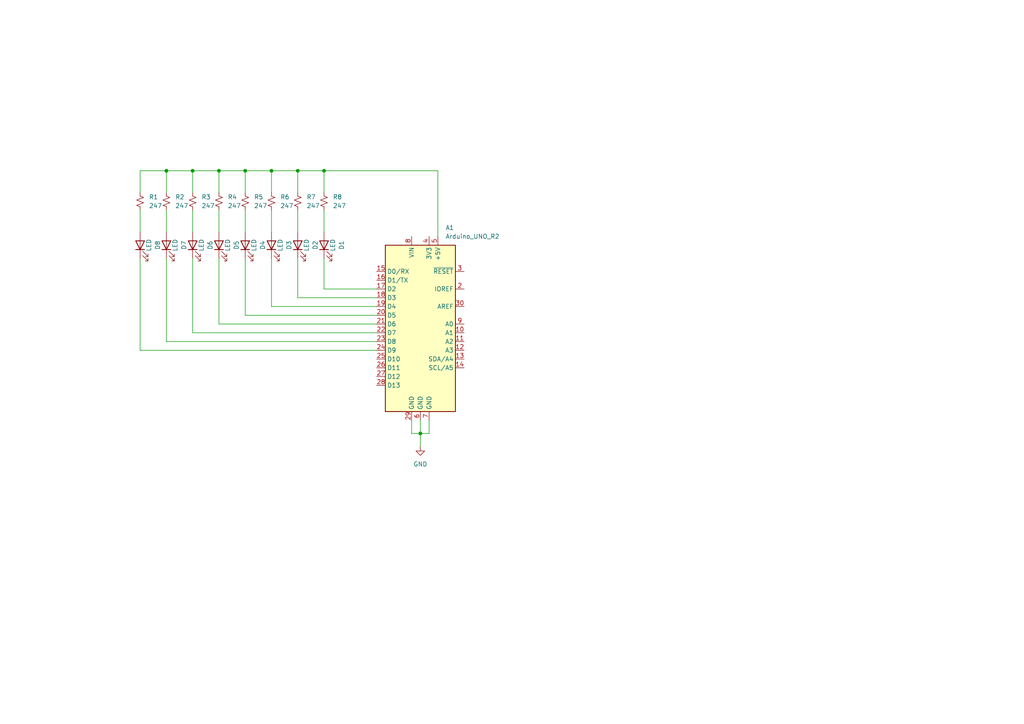
<source format=kicad_sch>
(kicad_sch (version 20230121) (generator eeschema)

  (uuid 1524a422-4a96-4971-9e6d-014a3bc30820)

  (paper "A4")

  (title_block
    (title "ARDUINO UNO SHIELD")
    (date "2024-01-14")
    (rev "1")
  )

  (lib_symbols
    (symbol "Device:LED" (pin_numbers hide) (pin_names (offset 1.016) hide) (in_bom yes) (on_board yes)
      (property "Reference" "D" (at 0 2.54 0)
        (effects (font (size 1.27 1.27)))
      )
      (property "Value" "LED" (at 0 -2.54 0)
        (effects (font (size 1.27 1.27)))
      )
      (property "Footprint" "" (at 0 0 0)
        (effects (font (size 1.27 1.27)) hide)
      )
      (property "Datasheet" "~" (at 0 0 0)
        (effects (font (size 1.27 1.27)) hide)
      )
      (property "ki_keywords" "LED diode" (at 0 0 0)
        (effects (font (size 1.27 1.27)) hide)
      )
      (property "ki_description" "Light emitting diode" (at 0 0 0)
        (effects (font (size 1.27 1.27)) hide)
      )
      (property "ki_fp_filters" "LED* LED_SMD:* LED_THT:*" (at 0 0 0)
        (effects (font (size 1.27 1.27)) hide)
      )
      (symbol "LED_0_1"
        (polyline
          (pts
            (xy -1.27 -1.27)
            (xy -1.27 1.27)
          )
          (stroke (width 0.254) (type default))
          (fill (type none))
        )
        (polyline
          (pts
            (xy -1.27 0)
            (xy 1.27 0)
          )
          (stroke (width 0) (type default))
          (fill (type none))
        )
        (polyline
          (pts
            (xy 1.27 -1.27)
            (xy 1.27 1.27)
            (xy -1.27 0)
            (xy 1.27 -1.27)
          )
          (stroke (width 0.254) (type default))
          (fill (type none))
        )
        (polyline
          (pts
            (xy -3.048 -0.762)
            (xy -4.572 -2.286)
            (xy -3.81 -2.286)
            (xy -4.572 -2.286)
            (xy -4.572 -1.524)
          )
          (stroke (width 0) (type default))
          (fill (type none))
        )
        (polyline
          (pts
            (xy -1.778 -0.762)
            (xy -3.302 -2.286)
            (xy -2.54 -2.286)
            (xy -3.302 -2.286)
            (xy -3.302 -1.524)
          )
          (stroke (width 0) (type default))
          (fill (type none))
        )
      )
      (symbol "LED_1_1"
        (pin passive line (at -3.81 0 0) (length 2.54)
          (name "K" (effects (font (size 1.27 1.27))))
          (number "1" (effects (font (size 1.27 1.27))))
        )
        (pin passive line (at 3.81 0 180) (length 2.54)
          (name "A" (effects (font (size 1.27 1.27))))
          (number "2" (effects (font (size 1.27 1.27))))
        )
      )
    )
    (symbol "Device:R_Small_US" (pin_numbers hide) (pin_names (offset 0.254) hide) (in_bom yes) (on_board yes)
      (property "Reference" "R" (at 0.762 0.508 0)
        (effects (font (size 1.27 1.27)) (justify left))
      )
      (property "Value" "R_Small_US" (at 0.762 -1.016 0)
        (effects (font (size 1.27 1.27)) (justify left))
      )
      (property "Footprint" "" (at 0 0 0)
        (effects (font (size 1.27 1.27)) hide)
      )
      (property "Datasheet" "~" (at 0 0 0)
        (effects (font (size 1.27 1.27)) hide)
      )
      (property "ki_keywords" "r resistor" (at 0 0 0)
        (effects (font (size 1.27 1.27)) hide)
      )
      (property "ki_description" "Resistor, small US symbol" (at 0 0 0)
        (effects (font (size 1.27 1.27)) hide)
      )
      (property "ki_fp_filters" "R_*" (at 0 0 0)
        (effects (font (size 1.27 1.27)) hide)
      )
      (symbol "R_Small_US_1_1"
        (polyline
          (pts
            (xy 0 0)
            (xy 1.016 -0.381)
            (xy 0 -0.762)
            (xy -1.016 -1.143)
            (xy 0 -1.524)
          )
          (stroke (width 0) (type default))
          (fill (type none))
        )
        (polyline
          (pts
            (xy 0 1.524)
            (xy 1.016 1.143)
            (xy 0 0.762)
            (xy -1.016 0.381)
            (xy 0 0)
          )
          (stroke (width 0) (type default))
          (fill (type none))
        )
        (pin passive line (at 0 2.54 270) (length 1.016)
          (name "~" (effects (font (size 1.27 1.27))))
          (number "1" (effects (font (size 1.27 1.27))))
        )
        (pin passive line (at 0 -2.54 90) (length 1.016)
          (name "~" (effects (font (size 1.27 1.27))))
          (number "2" (effects (font (size 1.27 1.27))))
        )
      )
    )
    (symbol "MCU_Module:Arduino_UNO_R2" (in_bom yes) (on_board yes)
      (property "Reference" "A" (at -10.16 23.495 0)
        (effects (font (size 1.27 1.27)) (justify left bottom))
      )
      (property "Value" "Arduino_UNO_R2" (at 5.08 -26.67 0)
        (effects (font (size 1.27 1.27)) (justify left top))
      )
      (property "Footprint" "Module:Arduino_UNO_R2" (at 0 0 0)
        (effects (font (size 1.27 1.27) italic) hide)
      )
      (property "Datasheet" "https://www.arduino.cc/en/Main/arduinoBoardUno" (at 0 0 0)
        (effects (font (size 1.27 1.27)) hide)
      )
      (property "ki_keywords" "Arduino UNO R3 Microcontroller Module Atmel AVR USB" (at 0 0 0)
        (effects (font (size 1.27 1.27)) hide)
      )
      (property "ki_description" "Arduino UNO Microcontroller Module, release 2" (at 0 0 0)
        (effects (font (size 1.27 1.27)) hide)
      )
      (property "ki_fp_filters" "Arduino*UNO*R2*" (at 0 0 0)
        (effects (font (size 1.27 1.27)) hide)
      )
      (symbol "Arduino_UNO_R2_0_1"
        (rectangle (start -10.16 22.86) (end 10.16 -25.4)
          (stroke (width 0.254) (type default))
          (fill (type background))
        )
      )
      (symbol "Arduino_UNO_R2_1_1"
        (pin no_connect line (at -10.16 -20.32 0) (length 2.54) hide
          (name "NC" (effects (font (size 1.27 1.27))))
          (number "1" (effects (font (size 1.27 1.27))))
        )
        (pin bidirectional line (at 12.7 -2.54 180) (length 2.54)
          (name "A1" (effects (font (size 1.27 1.27))))
          (number "10" (effects (font (size 1.27 1.27))))
        )
        (pin bidirectional line (at 12.7 -5.08 180) (length 2.54)
          (name "A2" (effects (font (size 1.27 1.27))))
          (number "11" (effects (font (size 1.27 1.27))))
        )
        (pin bidirectional line (at 12.7 -7.62 180) (length 2.54)
          (name "A3" (effects (font (size 1.27 1.27))))
          (number "12" (effects (font (size 1.27 1.27))))
        )
        (pin bidirectional line (at 12.7 -10.16 180) (length 2.54)
          (name "SDA/A4" (effects (font (size 1.27 1.27))))
          (number "13" (effects (font (size 1.27 1.27))))
        )
        (pin bidirectional line (at 12.7 -12.7 180) (length 2.54)
          (name "SCL/A5" (effects (font (size 1.27 1.27))))
          (number "14" (effects (font (size 1.27 1.27))))
        )
        (pin bidirectional line (at -12.7 15.24 0) (length 2.54)
          (name "D0/RX" (effects (font (size 1.27 1.27))))
          (number "15" (effects (font (size 1.27 1.27))))
        )
        (pin bidirectional line (at -12.7 12.7 0) (length 2.54)
          (name "D1/TX" (effects (font (size 1.27 1.27))))
          (number "16" (effects (font (size 1.27 1.27))))
        )
        (pin bidirectional line (at -12.7 10.16 0) (length 2.54)
          (name "D2" (effects (font (size 1.27 1.27))))
          (number "17" (effects (font (size 1.27 1.27))))
        )
        (pin bidirectional line (at -12.7 7.62 0) (length 2.54)
          (name "D3" (effects (font (size 1.27 1.27))))
          (number "18" (effects (font (size 1.27 1.27))))
        )
        (pin bidirectional line (at -12.7 5.08 0) (length 2.54)
          (name "D4" (effects (font (size 1.27 1.27))))
          (number "19" (effects (font (size 1.27 1.27))))
        )
        (pin output line (at 12.7 10.16 180) (length 2.54)
          (name "IOREF" (effects (font (size 1.27 1.27))))
          (number "2" (effects (font (size 1.27 1.27))))
        )
        (pin bidirectional line (at -12.7 2.54 0) (length 2.54)
          (name "D5" (effects (font (size 1.27 1.27))))
          (number "20" (effects (font (size 1.27 1.27))))
        )
        (pin bidirectional line (at -12.7 0 0) (length 2.54)
          (name "D6" (effects (font (size 1.27 1.27))))
          (number "21" (effects (font (size 1.27 1.27))))
        )
        (pin bidirectional line (at -12.7 -2.54 0) (length 2.54)
          (name "D7" (effects (font (size 1.27 1.27))))
          (number "22" (effects (font (size 1.27 1.27))))
        )
        (pin bidirectional line (at -12.7 -5.08 0) (length 2.54)
          (name "D8" (effects (font (size 1.27 1.27))))
          (number "23" (effects (font (size 1.27 1.27))))
        )
        (pin bidirectional line (at -12.7 -7.62 0) (length 2.54)
          (name "D9" (effects (font (size 1.27 1.27))))
          (number "24" (effects (font (size 1.27 1.27))))
        )
        (pin bidirectional line (at -12.7 -10.16 0) (length 2.54)
          (name "D10" (effects (font (size 1.27 1.27))))
          (number "25" (effects (font (size 1.27 1.27))))
        )
        (pin bidirectional line (at -12.7 -12.7 0) (length 2.54)
          (name "D11" (effects (font (size 1.27 1.27))))
          (number "26" (effects (font (size 1.27 1.27))))
        )
        (pin bidirectional line (at -12.7 -15.24 0) (length 2.54)
          (name "D12" (effects (font (size 1.27 1.27))))
          (number "27" (effects (font (size 1.27 1.27))))
        )
        (pin bidirectional line (at -12.7 -17.78 0) (length 2.54)
          (name "D13" (effects (font (size 1.27 1.27))))
          (number "28" (effects (font (size 1.27 1.27))))
        )
        (pin power_in line (at -2.54 -27.94 90) (length 2.54)
          (name "GND" (effects (font (size 1.27 1.27))))
          (number "29" (effects (font (size 1.27 1.27))))
        )
        (pin input line (at 12.7 15.24 180) (length 2.54)
          (name "~{RESET}" (effects (font (size 1.27 1.27))))
          (number "3" (effects (font (size 1.27 1.27))))
        )
        (pin input line (at 12.7 5.08 180) (length 2.54)
          (name "AREF" (effects (font (size 1.27 1.27))))
          (number "30" (effects (font (size 1.27 1.27))))
        )
        (pin power_out line (at 2.54 25.4 270) (length 2.54)
          (name "3V3" (effects (font (size 1.27 1.27))))
          (number "4" (effects (font (size 1.27 1.27))))
        )
        (pin power_out line (at 5.08 25.4 270) (length 2.54)
          (name "+5V" (effects (font (size 1.27 1.27))))
          (number "5" (effects (font (size 1.27 1.27))))
        )
        (pin power_in line (at 0 -27.94 90) (length 2.54)
          (name "GND" (effects (font (size 1.27 1.27))))
          (number "6" (effects (font (size 1.27 1.27))))
        )
        (pin power_in line (at 2.54 -27.94 90) (length 2.54)
          (name "GND" (effects (font (size 1.27 1.27))))
          (number "7" (effects (font (size 1.27 1.27))))
        )
        (pin power_in line (at -2.54 25.4 270) (length 2.54)
          (name "VIN" (effects (font (size 1.27 1.27))))
          (number "8" (effects (font (size 1.27 1.27))))
        )
        (pin bidirectional line (at 12.7 0 180) (length 2.54)
          (name "A0" (effects (font (size 1.27 1.27))))
          (number "9" (effects (font (size 1.27 1.27))))
        )
      )
    )
    (symbol "power:GND" (power) (pin_names (offset 0)) (in_bom yes) (on_board yes)
      (property "Reference" "#PWR" (at 0 -6.35 0)
        (effects (font (size 1.27 1.27)) hide)
      )
      (property "Value" "GND" (at 0 -3.81 0)
        (effects (font (size 1.27 1.27)))
      )
      (property "Footprint" "" (at 0 0 0)
        (effects (font (size 1.27 1.27)) hide)
      )
      (property "Datasheet" "" (at 0 0 0)
        (effects (font (size 1.27 1.27)) hide)
      )
      (property "ki_keywords" "global power" (at 0 0 0)
        (effects (font (size 1.27 1.27)) hide)
      )
      (property "ki_description" "Power symbol creates a global label with name \"GND\" , ground" (at 0 0 0)
        (effects (font (size 1.27 1.27)) hide)
      )
      (symbol "GND_0_1"
        (polyline
          (pts
            (xy 0 0)
            (xy 0 -1.27)
            (xy 1.27 -1.27)
            (xy 0 -2.54)
            (xy -1.27 -1.27)
            (xy 0 -1.27)
          )
          (stroke (width 0) (type default))
          (fill (type none))
        )
      )
      (symbol "GND_1_1"
        (pin power_in line (at 0 0 270) (length 0) hide
          (name "GND" (effects (font (size 1.27 1.27))))
          (number "1" (effects (font (size 1.27 1.27))))
        )
      )
    )
  )

  (junction (at 86.36 49.53) (diameter 0) (color 0 0 0 0)
    (uuid 04c69c57-6438-4cf7-ad04-4d4a8dc7c375)
  )
  (junction (at 93.98 49.53) (diameter 0) (color 0 0 0 0)
    (uuid 3bda33bb-58c4-490a-a7f8-6ff34ee85470)
  )
  (junction (at 78.74 49.53) (diameter 0) (color 0 0 0 0)
    (uuid 70e7d339-cc2e-419b-9189-f40e76b48b85)
  )
  (junction (at 121.92 125.73) (diameter 0) (color 0 0 0 0)
    (uuid 7ecffbcd-7735-4a65-bf55-9f4d838ef5f8)
  )
  (junction (at 71.12 49.53) (diameter 0) (color 0 0 0 0)
    (uuid b6d07c54-2d76-4d66-8eb0-9b6378ea1465)
  )
  (junction (at 48.26 49.53) (diameter 0) (color 0 0 0 0)
    (uuid c25b3b26-dd1a-4492-a08c-d72d4a1e3de1)
  )
  (junction (at 63.5 49.53) (diameter 0) (color 0 0 0 0)
    (uuid c703fa34-f86a-4241-8a93-5c06a81cf37a)
  )
  (junction (at 55.88 49.53) (diameter 0) (color 0 0 0 0)
    (uuid ea0d7b07-38b7-406a-bdb4-b50533f18bc0)
  )

  (wire (pts (xy 124.46 125.73) (xy 121.92 125.73))
    (stroke (width 0) (type default))
    (uuid 0151c89e-ba9b-478c-8d0a-5a7cdf77a1f3)
  )
  (wire (pts (xy 63.5 49.53) (xy 71.12 49.53))
    (stroke (width 0) (type default))
    (uuid 08219148-6106-48ec-b4ee-edf1536fb675)
  )
  (wire (pts (xy 86.36 49.53) (xy 93.98 49.53))
    (stroke (width 0) (type default))
    (uuid 093c6a99-2f40-4efe-8296-7ada10f66530)
  )
  (wire (pts (xy 71.12 91.44) (xy 109.22 91.44))
    (stroke (width 0) (type default))
    (uuid 0ec10d80-6653-46a2-8213-62cf34ffe9f8)
  )
  (wire (pts (xy 48.26 99.06) (xy 109.22 99.06))
    (stroke (width 0) (type default))
    (uuid 103c287f-9f50-43e5-8b36-421ee70e1184)
  )
  (wire (pts (xy 48.26 49.53) (xy 48.26 55.88))
    (stroke (width 0) (type default))
    (uuid 12dcd8df-d0f2-4cee-81b8-8742cce1dd5f)
  )
  (wire (pts (xy 40.64 74.93) (xy 40.64 101.6))
    (stroke (width 0) (type default))
    (uuid 1c278673-86b5-4366-8f82-d0fdf04c271e)
  )
  (wire (pts (xy 127 49.53) (xy 127 68.58))
    (stroke (width 0) (type default))
    (uuid 227215ee-2bcc-4ebb-8e0f-0c3aa09f4cd8)
  )
  (wire (pts (xy 86.36 86.36) (xy 109.22 86.36))
    (stroke (width 0) (type default))
    (uuid 2d221bf7-09cc-40da-bdf7-3cf89a273fa3)
  )
  (wire (pts (xy 93.98 49.53) (xy 93.98 55.88))
    (stroke (width 0) (type default))
    (uuid 3a74fcb3-01a7-42a8-b4cb-9d767e29d15d)
  )
  (wire (pts (xy 119.38 121.92) (xy 119.38 125.73))
    (stroke (width 0) (type default))
    (uuid 3d5497f5-87fc-428d-93ed-f9c59f65f989)
  )
  (wire (pts (xy 119.38 125.73) (xy 121.92 125.73))
    (stroke (width 0) (type default))
    (uuid 46d03496-86bc-4592-9166-fb91bfd6404a)
  )
  (wire (pts (xy 55.88 74.93) (xy 55.88 96.52))
    (stroke (width 0) (type default))
    (uuid 49ce7be1-7cdd-4656-a463-806d80b8a9f3)
  )
  (wire (pts (xy 86.36 49.53) (xy 86.36 55.88))
    (stroke (width 0) (type default))
    (uuid 503cd667-f3e8-4a6a-bb59-352d81e87077)
  )
  (wire (pts (xy 93.98 49.53) (xy 127 49.53))
    (stroke (width 0) (type default))
    (uuid 647c05c0-bfb4-48fb-b6ab-5d2691367bec)
  )
  (wire (pts (xy 63.5 93.98) (xy 109.22 93.98))
    (stroke (width 0) (type default))
    (uuid 65e934dd-4de1-45e3-8276-0a3fe452bba7)
  )
  (wire (pts (xy 63.5 60.96) (xy 63.5 67.31))
    (stroke (width 0) (type default))
    (uuid 68224c82-26b7-4ac6-b050-fd7acda137b4)
  )
  (wire (pts (xy 40.64 60.96) (xy 40.64 67.31))
    (stroke (width 0) (type default))
    (uuid 6b0952b5-71ac-4459-befd-31ee6ef45224)
  )
  (wire (pts (xy 93.98 74.93) (xy 93.98 83.82))
    (stroke (width 0) (type default))
    (uuid 712ea949-939b-4c33-bca3-2f4c2fd8f6cf)
  )
  (wire (pts (xy 121.92 121.92) (xy 121.92 125.73))
    (stroke (width 0) (type default))
    (uuid 803815a4-59b3-47fb-9805-9751b179bd77)
  )
  (wire (pts (xy 78.74 60.96) (xy 78.74 67.31))
    (stroke (width 0) (type default))
    (uuid 852b0cc6-903e-43a9-b15c-9216464a9259)
  )
  (wire (pts (xy 86.36 74.93) (xy 86.36 86.36))
    (stroke (width 0) (type default))
    (uuid 884abe5f-4e70-494d-b71f-76c1ca480f56)
  )
  (wire (pts (xy 55.88 60.96) (xy 55.88 67.31))
    (stroke (width 0) (type default))
    (uuid 8ca4779e-ac26-42fc-b3bd-059120fb6166)
  )
  (wire (pts (xy 78.74 49.53) (xy 86.36 49.53))
    (stroke (width 0) (type default))
    (uuid 97595fa7-a51e-4cf7-9ea9-fc972c156f1e)
  )
  (wire (pts (xy 55.88 49.53) (xy 63.5 49.53))
    (stroke (width 0) (type default))
    (uuid 9828f524-c1c3-441f-9787-76dab6358020)
  )
  (wire (pts (xy 93.98 60.96) (xy 93.98 67.31))
    (stroke (width 0) (type default))
    (uuid a0cbed8d-69e0-444c-af6f-b2b10c3d2ab2)
  )
  (wire (pts (xy 93.98 83.82) (xy 109.22 83.82))
    (stroke (width 0) (type default))
    (uuid accb6ff9-619f-423f-a845-5ecd28aa6754)
  )
  (wire (pts (xy 124.46 121.92) (xy 124.46 125.73))
    (stroke (width 0) (type default))
    (uuid afa67ac9-ba42-4fa0-804d-5dca917df898)
  )
  (wire (pts (xy 78.74 74.93) (xy 78.74 88.9))
    (stroke (width 0) (type default))
    (uuid b05d4bd1-f352-4d74-b1f3-54f75003684a)
  )
  (wire (pts (xy 63.5 49.53) (xy 63.5 55.88))
    (stroke (width 0) (type default))
    (uuid b34bf280-8129-493e-83ff-5af72e1a9e16)
  )
  (wire (pts (xy 55.88 49.53) (xy 55.88 55.88))
    (stroke (width 0) (type default))
    (uuid b56f80f0-9f55-4453-9f27-f3bca5d18d17)
  )
  (wire (pts (xy 63.5 74.93) (xy 63.5 93.98))
    (stroke (width 0) (type default))
    (uuid be6b856f-782a-453b-9730-d1793ef3c62a)
  )
  (wire (pts (xy 71.12 49.53) (xy 71.12 55.88))
    (stroke (width 0) (type default))
    (uuid bf900e90-7566-4219-9ef2-1b8c4b003ed6)
  )
  (wire (pts (xy 40.64 55.88) (xy 40.64 49.53))
    (stroke (width 0) (type default))
    (uuid ca734c41-ea06-475b-8849-35610a8fea60)
  )
  (wire (pts (xy 40.64 49.53) (xy 48.26 49.53))
    (stroke (width 0) (type default))
    (uuid cac06e3e-ddc8-4a25-af45-0331ebef34c9)
  )
  (wire (pts (xy 55.88 96.52) (xy 109.22 96.52))
    (stroke (width 0) (type default))
    (uuid cdb085cd-e51e-4e5f-b883-728371a0afcc)
  )
  (wire (pts (xy 71.12 60.96) (xy 71.12 67.31))
    (stroke (width 0) (type default))
    (uuid ce605a4b-9649-47e6-abe3-333da141e06d)
  )
  (wire (pts (xy 86.36 60.96) (xy 86.36 67.31))
    (stroke (width 0) (type default))
    (uuid d4af25c7-76b1-49f6-bfdf-a968bdb1411d)
  )
  (wire (pts (xy 40.64 101.6) (xy 109.22 101.6))
    (stroke (width 0) (type default))
    (uuid d606cbeb-6b16-47e2-8ae5-be0bade5ddb5)
  )
  (wire (pts (xy 78.74 49.53) (xy 78.74 55.88))
    (stroke (width 0) (type default))
    (uuid dc9a5a74-e63c-4a59-afe0-4187918e14ee)
  )
  (wire (pts (xy 48.26 49.53) (xy 55.88 49.53))
    (stroke (width 0) (type default))
    (uuid e59d34ae-85cc-460f-814b-38d29d58b2e7)
  )
  (wire (pts (xy 78.74 88.9) (xy 109.22 88.9))
    (stroke (width 0) (type default))
    (uuid e79c1972-7625-46b9-8f17-ab39a705e9b9)
  )
  (wire (pts (xy 121.92 125.73) (xy 121.92 129.54))
    (stroke (width 0) (type default))
    (uuid eeec163f-3e37-4bd4-b548-0e832e5f7b33)
  )
  (wire (pts (xy 71.12 49.53) (xy 78.74 49.53))
    (stroke (width 0) (type default))
    (uuid f1bcb832-23be-4d2c-990d-7cd6ff7d55b1)
  )
  (wire (pts (xy 48.26 74.93) (xy 48.26 99.06))
    (stroke (width 0) (type default))
    (uuid f3e02ec2-61a2-4956-b540-40b610c57752)
  )
  (wire (pts (xy 71.12 74.93) (xy 71.12 91.44))
    (stroke (width 0) (type default))
    (uuid f74ce68c-5fd5-4dc1-92ba-a36f856b67e1)
  )
  (wire (pts (xy 48.26 60.96) (xy 48.26 67.31))
    (stroke (width 0) (type default))
    (uuid fb856e35-670b-4de0-8f54-852b8ea30be8)
  )

  (symbol (lib_id "Device:R_Small_US") (at 40.64 58.42 0) (unit 1)
    (in_bom yes) (on_board yes) (dnp no) (fields_autoplaced)
    (uuid 01a1587a-43dd-44b7-9306-3a17a674834c)
    (property "Reference" "R1" (at 43.18 57.15 0)
      (effects (font (size 1.27 1.27)) (justify left))
    )
    (property "Value" "247" (at 43.18 59.69 0)
      (effects (font (size 1.27 1.27)) (justify left))
    )
    (property "Footprint" "Resistor_SMD:R_0603_1608Metric" (at 40.64 58.42 0)
      (effects (font (size 1.27 1.27)) hide)
    )
    (property "Datasheet" "~" (at 40.64 58.42 0)
      (effects (font (size 1.27 1.27)) hide)
    )
    (pin "2" (uuid cb11c128-2004-4736-891e-76965045ffe9))
    (pin "1" (uuid a7381f86-cedc-45e0-a318-6a3a75a04e80))
    (instances
      (project "Arduino uno shield"
        (path "/1524a422-4a96-4971-9e6d-014a3bc30820"
          (reference "R1") (unit 1)
        )
      )
    )
  )

  (symbol (lib_id "Device:LED") (at 93.98 71.12 90) (unit 1)
    (in_bom yes) (on_board yes) (dnp no)
    (uuid 02ec6136-4aa8-475f-9171-f98798401b39)
    (property "Reference" "D1" (at 99.06 71.12 0)
      (effects (font (size 1.27 1.27)))
    )
    (property "Value" "LED" (at 96.52 71.12 0)
      (effects (font (size 1.27 1.27)))
    )
    (property "Footprint" "LED_SMD:LED_0805_2012Metric" (at 93.98 71.12 0)
      (effects (font (size 1.27 1.27)) hide)
    )
    (property "Datasheet" "~" (at 93.98 71.12 0)
      (effects (font (size 1.27 1.27)) hide)
    )
    (pin "2" (uuid 0488ec1d-97ff-488e-80ed-588ab4622598))
    (pin "1" (uuid 9e0b6c0e-592f-4c2d-9e0f-f9e19e8fbeab))
    (instances
      (project "Arduino uno shield"
        (path "/1524a422-4a96-4971-9e6d-014a3bc30820"
          (reference "D1") (unit 1)
        )
      )
    )
  )

  (symbol (lib_id "power:GND") (at 121.92 129.54 0) (unit 1)
    (in_bom yes) (on_board yes) (dnp no) (fields_autoplaced)
    (uuid 287980a5-c1b8-4042-b0cc-fee94d020045)
    (property "Reference" "#PWR01" (at 121.92 135.89 0)
      (effects (font (size 1.27 1.27)) hide)
    )
    (property "Value" "GND" (at 121.92 134.62 0)
      (effects (font (size 1.27 1.27)))
    )
    (property "Footprint" "" (at 121.92 129.54 0)
      (effects (font (size 1.27 1.27)) hide)
    )
    (property "Datasheet" "" (at 121.92 129.54 0)
      (effects (font (size 1.27 1.27)) hide)
    )
    (pin "1" (uuid 96e45bcf-0cae-4a90-9913-e7e0fddf42a5))
    (instances
      (project "Arduino uno shield"
        (path "/1524a422-4a96-4971-9e6d-014a3bc30820"
          (reference "#PWR01") (unit 1)
        )
      )
    )
  )

  (symbol (lib_id "Device:LED") (at 63.5 71.12 90) (unit 1)
    (in_bom yes) (on_board yes) (dnp no)
    (uuid 429565f5-0e52-40be-aad9-e8b1ce1b81f9)
    (property "Reference" "D5" (at 68.58 71.12 0)
      (effects (font (size 1.27 1.27)))
    )
    (property "Value" "LED" (at 66.04 71.12 0)
      (effects (font (size 1.27 1.27)))
    )
    (property "Footprint" "LED_SMD:LED_0805_2012Metric" (at 63.5 71.12 0)
      (effects (font (size 1.27 1.27)) hide)
    )
    (property "Datasheet" "~" (at 63.5 71.12 0)
      (effects (font (size 1.27 1.27)) hide)
    )
    (pin "2" (uuid 9a4fd5b1-43c0-49a5-abb2-051cfc46937e))
    (pin "1" (uuid afc66624-21aa-451c-a6f9-856dc7ffb06a))
    (instances
      (project "Arduino uno shield"
        (path "/1524a422-4a96-4971-9e6d-014a3bc30820"
          (reference "D5") (unit 1)
        )
      )
    )
  )

  (symbol (lib_id "Device:R_Small_US") (at 71.12 58.42 0) (unit 1)
    (in_bom yes) (on_board yes) (dnp no) (fields_autoplaced)
    (uuid 45e87384-36b9-4671-b6dc-7bd44d5eeed2)
    (property "Reference" "R5" (at 73.66 57.15 0)
      (effects (font (size 1.27 1.27)) (justify left))
    )
    (property "Value" "247" (at 73.66 59.69 0)
      (effects (font (size 1.27 1.27)) (justify left))
    )
    (property "Footprint" "Resistor_SMD:R_0603_1608Metric" (at 71.12 58.42 0)
      (effects (font (size 1.27 1.27)) hide)
    )
    (property "Datasheet" "~" (at 71.12 58.42 0)
      (effects (font (size 1.27 1.27)) hide)
    )
    (pin "2" (uuid c05b0faa-30fe-42f1-b89b-b9ffc80885fc))
    (pin "1" (uuid 0e0b3303-a711-427e-b101-8da29651f996))
    (instances
      (project "Arduino uno shield"
        (path "/1524a422-4a96-4971-9e6d-014a3bc30820"
          (reference "R5") (unit 1)
        )
      )
    )
  )

  (symbol (lib_id "MCU_Module:Arduino_UNO_R2") (at 121.92 93.98 0) (unit 1)
    (in_bom yes) (on_board yes) (dnp no) (fields_autoplaced)
    (uuid 59069416-e4ed-4073-9d05-fc26198d2eb6)
    (property "Reference" "A1" (at 129.1941 66.04 0)
      (effects (font (size 1.27 1.27)) (justify left))
    )
    (property "Value" "Arduino_UNO_R2" (at 129.1941 68.58 0)
      (effects (font (size 1.27 1.27)) (justify left))
    )
    (property "Footprint" "Module:Arduino_UNO_R2" (at 121.92 93.98 0)
      (effects (font (size 1.27 1.27) italic) hide)
    )
    (property "Datasheet" "https://www.arduino.cc/en/Main/arduinoBoardUno" (at 121.92 93.98 0)
      (effects (font (size 1.27 1.27)) hide)
    )
    (pin "13" (uuid 651b832d-faf8-4228-a1ea-938716409021))
    (pin "10" (uuid bc04c37e-fda8-488d-80fe-24425b9881e8))
    (pin "22" (uuid 1e0a7f11-829a-4551-a7ef-1c2060b77d71))
    (pin "15" (uuid 328ba2b5-da4a-4b5a-baae-dd3933186b31))
    (pin "7" (uuid f0516fce-a51e-45c1-b972-37c14f815e4d))
    (pin "1" (uuid 643486d9-4bd6-4c9a-a9c5-97a08c09df38))
    (pin "29" (uuid a337384c-132d-48eb-8d63-2a94a57b7729))
    (pin "8" (uuid 5f2e76f2-fb23-4207-b33d-edac50072433))
    (pin "18" (uuid b71afbdf-746d-4e8b-85e3-074282b394f6))
    (pin "26" (uuid 3051d1b3-3549-4956-b50c-bb83f9a8d220))
    (pin "21" (uuid 24631609-eedf-4e11-8308-69f33cf7f42c))
    (pin "24" (uuid 96348e59-19d1-496d-8b29-780c03b35078))
    (pin "23" (uuid b0241383-b100-492c-895c-32b6d7397302))
    (pin "3" (uuid baf365c6-d5f2-4252-8033-a92653cbacf6))
    (pin "5" (uuid 25155dfa-b15c-4204-bece-0eca9f5cda6b))
    (pin "9" (uuid 1b26f951-33af-4008-b9ea-5b3ca1e78a52))
    (pin "28" (uuid a46233da-e348-4e84-aca5-7581c07bf707))
    (pin "4" (uuid 8b570750-d649-4c5f-83cb-8da8ec425e95))
    (pin "19" (uuid 7085c43d-09b5-448a-b867-3065707d5a46))
    (pin "2" (uuid 66177eff-297f-4f51-9a97-5a8c896451d0))
    (pin "20" (uuid a889610c-1a45-445a-b5cb-048f7734042d))
    (pin "27" (uuid 38a6bf36-1523-43f0-bfcd-024af4c45539))
    (pin "30" (uuid 73546753-f153-40c9-b8ce-fbf7b87d308d))
    (pin "25" (uuid cf2f42a7-4ae8-4ccb-b836-d6cf66f898f0))
    (pin "16" (uuid 9bdb63c2-930a-4cd9-803e-0cdfa44a4239))
    (pin "6" (uuid 9b27755a-d780-4d60-ae97-7d995316aed2))
    (pin "12" (uuid 9b00f8fc-48d8-422b-9f20-5c2e6ea17ed5))
    (pin "14" (uuid 7f0bc0ac-719d-4018-b80f-3dce2303ac9a))
    (pin "11" (uuid 99e2600a-b7c2-4834-92e2-ece442f7dc9b))
    (pin "17" (uuid 73e88f2c-47a9-4622-ac97-cb96826e3224))
    (instances
      (project "Arduino uno shield"
        (path "/1524a422-4a96-4971-9e6d-014a3bc30820"
          (reference "A1") (unit 1)
        )
      )
    )
  )

  (symbol (lib_id "Device:LED") (at 55.88 71.12 90) (unit 1)
    (in_bom yes) (on_board yes) (dnp no)
    (uuid 68dfdccd-63bd-4235-b72d-7a162b169fa7)
    (property "Reference" "D6" (at 60.96 71.12 0)
      (effects (font (size 1.27 1.27)))
    )
    (property "Value" "LED" (at 58.42 71.12 0)
      (effects (font (size 1.27 1.27)))
    )
    (property "Footprint" "LED_SMD:LED_0805_2012Metric" (at 55.88 71.12 0)
      (effects (font (size 1.27 1.27)) hide)
    )
    (property "Datasheet" "~" (at 55.88 71.12 0)
      (effects (font (size 1.27 1.27)) hide)
    )
    (pin "2" (uuid dafb1fbd-226f-42d7-90b4-855087953658))
    (pin "1" (uuid 46ba9e2d-f82e-49db-9114-f3cb97607c99))
    (instances
      (project "Arduino uno shield"
        (path "/1524a422-4a96-4971-9e6d-014a3bc30820"
          (reference "D6") (unit 1)
        )
      )
    )
  )

  (symbol (lib_id "Device:LED") (at 48.26 71.12 90) (unit 1)
    (in_bom yes) (on_board yes) (dnp no)
    (uuid 6920ffd1-1da1-4ac8-b17b-1961b188339e)
    (property "Reference" "D7" (at 53.34 71.12 0)
      (effects (font (size 1.27 1.27)))
    )
    (property "Value" "LED" (at 50.8 71.12 0)
      (effects (font (size 1.27 1.27)))
    )
    (property "Footprint" "LED_SMD:LED_0805_2012Metric" (at 48.26 71.12 0)
      (effects (font (size 1.27 1.27)) hide)
    )
    (property "Datasheet" "~" (at 48.26 71.12 0)
      (effects (font (size 1.27 1.27)) hide)
    )
    (pin "2" (uuid 61fdad4e-367c-4e3e-9938-2c3a4e3c7143))
    (pin "1" (uuid 82b25c92-8fce-408b-8beb-e62a25e094c0))
    (instances
      (project "Arduino uno shield"
        (path "/1524a422-4a96-4971-9e6d-014a3bc30820"
          (reference "D7") (unit 1)
        )
      )
    )
  )

  (symbol (lib_id "Device:R_Small_US") (at 55.88 58.42 0) (unit 1)
    (in_bom yes) (on_board yes) (dnp no) (fields_autoplaced)
    (uuid 7a11079e-2e31-4a5f-b35a-60d168589bac)
    (property "Reference" "R3" (at 58.42 57.15 0)
      (effects (font (size 1.27 1.27)) (justify left))
    )
    (property "Value" "247" (at 58.42 59.69 0)
      (effects (font (size 1.27 1.27)) (justify left))
    )
    (property "Footprint" "Resistor_SMD:R_0603_1608Metric" (at 55.88 58.42 0)
      (effects (font (size 1.27 1.27)) hide)
    )
    (property "Datasheet" "~" (at 55.88 58.42 0)
      (effects (font (size 1.27 1.27)) hide)
    )
    (pin "2" (uuid 74fcbf06-8233-4dfc-97a0-413f187352f0))
    (pin "1" (uuid ab5d9ca1-4f8b-48ba-8711-4977e742da73))
    (instances
      (project "Arduino uno shield"
        (path "/1524a422-4a96-4971-9e6d-014a3bc30820"
          (reference "R3") (unit 1)
        )
      )
    )
  )

  (symbol (lib_id "Device:LED") (at 86.36 71.12 90) (unit 1)
    (in_bom yes) (on_board yes) (dnp no)
    (uuid 7b5adb35-a366-494b-be76-a3509b95e4e8)
    (property "Reference" "D2" (at 91.44 71.12 0)
      (effects (font (size 1.27 1.27)))
    )
    (property "Value" "LED" (at 88.9 71.12 0)
      (effects (font (size 1.27 1.27)))
    )
    (property "Footprint" "LED_SMD:LED_0805_2012Metric" (at 86.36 71.12 0)
      (effects (font (size 1.27 1.27)) hide)
    )
    (property "Datasheet" "~" (at 86.36 71.12 0)
      (effects (font (size 1.27 1.27)) hide)
    )
    (pin "2" (uuid 1dd2c35d-82ea-4b76-8078-d09cf69b0e6c))
    (pin "1" (uuid 4ce9352b-11e3-4bfd-bc74-38d00fb03998))
    (instances
      (project "Arduino uno shield"
        (path "/1524a422-4a96-4971-9e6d-014a3bc30820"
          (reference "D2") (unit 1)
        )
      )
    )
  )

  (symbol (lib_id "Device:R_Small_US") (at 48.26 58.42 0) (unit 1)
    (in_bom yes) (on_board yes) (dnp no) (fields_autoplaced)
    (uuid 9006d1cb-f204-4827-b996-a5c06da7531c)
    (property "Reference" "R2" (at 50.8 57.15 0)
      (effects (font (size 1.27 1.27)) (justify left))
    )
    (property "Value" "247" (at 50.8 59.69 0)
      (effects (font (size 1.27 1.27)) (justify left))
    )
    (property "Footprint" "Resistor_SMD:R_0603_1608Metric" (at 48.26 58.42 0)
      (effects (font (size 1.27 1.27)) hide)
    )
    (property "Datasheet" "~" (at 48.26 58.42 0)
      (effects (font (size 1.27 1.27)) hide)
    )
    (pin "2" (uuid eebe4213-f548-494a-b637-b905dd0e1e31))
    (pin "1" (uuid 563e50a0-c327-4ad7-927e-0c1b0b286007))
    (instances
      (project "Arduino uno shield"
        (path "/1524a422-4a96-4971-9e6d-014a3bc30820"
          (reference "R2") (unit 1)
        )
      )
    )
  )

  (symbol (lib_id "Device:R_Small_US") (at 93.98 58.42 0) (unit 1)
    (in_bom yes) (on_board yes) (dnp no) (fields_autoplaced)
    (uuid 9477de27-fd60-4319-ae62-ad730fdde2ec)
    (property "Reference" "R8" (at 96.52 57.15 0)
      (effects (font (size 1.27 1.27)) (justify left))
    )
    (property "Value" "247" (at 96.52 59.69 0)
      (effects (font (size 1.27 1.27)) (justify left))
    )
    (property "Footprint" "Resistor_SMD:R_0603_1608Metric" (at 93.98 58.42 0)
      (effects (font (size 1.27 1.27)) hide)
    )
    (property "Datasheet" "~" (at 93.98 58.42 0)
      (effects (font (size 1.27 1.27)) hide)
    )
    (pin "2" (uuid bbce0be9-c551-4ea7-9226-aa92553c03f6))
    (pin "1" (uuid d213503e-9ee2-42ff-ab4f-894c82de80cb))
    (instances
      (project "Arduino uno shield"
        (path "/1524a422-4a96-4971-9e6d-014a3bc30820"
          (reference "R8") (unit 1)
        )
      )
    )
  )

  (symbol (lib_id "Device:R_Small_US") (at 78.74 58.42 0) (unit 1)
    (in_bom yes) (on_board yes) (dnp no) (fields_autoplaced)
    (uuid a708591e-4e37-4607-889c-e14f858fbab7)
    (property "Reference" "R6" (at 81.28 57.15 0)
      (effects (font (size 1.27 1.27)) (justify left))
    )
    (property "Value" "247" (at 81.28 59.69 0)
      (effects (font (size 1.27 1.27)) (justify left))
    )
    (property "Footprint" "Resistor_SMD:R_0603_1608Metric" (at 78.74 58.42 0)
      (effects (font (size 1.27 1.27)) hide)
    )
    (property "Datasheet" "~" (at 78.74 58.42 0)
      (effects (font (size 1.27 1.27)) hide)
    )
    (pin "2" (uuid b857c99a-d42a-4fd8-a5d7-151fc2fe7856))
    (pin "1" (uuid bc6ccb9f-9da7-41ec-b1f2-b39324dfed6f))
    (instances
      (project "Arduino uno shield"
        (path "/1524a422-4a96-4971-9e6d-014a3bc30820"
          (reference "R6") (unit 1)
        )
      )
    )
  )

  (symbol (lib_id "Device:LED") (at 78.74 71.12 90) (unit 1)
    (in_bom yes) (on_board yes) (dnp no)
    (uuid b71a8ca4-11b6-4945-82d4-5c5bad15059c)
    (property "Reference" "D3" (at 83.82 71.12 0)
      (effects (font (size 1.27 1.27)))
    )
    (property "Value" "LED" (at 81.28 71.12 0)
      (effects (font (size 1.27 1.27)))
    )
    (property "Footprint" "LED_SMD:LED_0805_2012Metric" (at 78.74 71.12 0)
      (effects (font (size 1.27 1.27)) hide)
    )
    (property "Datasheet" "~" (at 78.74 71.12 0)
      (effects (font (size 1.27 1.27)) hide)
    )
    (pin "2" (uuid df9c2c41-2f8d-41fe-84bb-50180ed63d6b))
    (pin "1" (uuid 526787d6-93ac-40d0-9262-4fef42abbc70))
    (instances
      (project "Arduino uno shield"
        (path "/1524a422-4a96-4971-9e6d-014a3bc30820"
          (reference "D3") (unit 1)
        )
      )
    )
  )

  (symbol (lib_id "Device:R_Small_US") (at 63.5 58.42 0) (unit 1)
    (in_bom yes) (on_board yes) (dnp no) (fields_autoplaced)
    (uuid bcbe7377-3b0b-4ca6-a771-983493b6de03)
    (property "Reference" "R4" (at 66.04 57.15 0)
      (effects (font (size 1.27 1.27)) (justify left))
    )
    (property "Value" "247" (at 66.04 59.69 0)
      (effects (font (size 1.27 1.27)) (justify left))
    )
    (property "Footprint" "Resistor_SMD:R_0603_1608Metric" (at 63.5 58.42 0)
      (effects (font (size 1.27 1.27)) hide)
    )
    (property "Datasheet" "~" (at 63.5 58.42 0)
      (effects (font (size 1.27 1.27)) hide)
    )
    (pin "2" (uuid ed9cae22-54cd-4969-a230-b5704c6edf11))
    (pin "1" (uuid 34cbb0fb-0df7-4764-8dac-0c5e21601b63))
    (instances
      (project "Arduino uno shield"
        (path "/1524a422-4a96-4971-9e6d-014a3bc30820"
          (reference "R4") (unit 1)
        )
      )
    )
  )

  (symbol (lib_id "Device:LED") (at 71.12 71.12 90) (unit 1)
    (in_bom yes) (on_board yes) (dnp no)
    (uuid c491c1a5-8d6e-4cd1-aef0-e7845ab318d6)
    (property "Reference" "D4" (at 76.2 71.12 0)
      (effects (font (size 1.27 1.27)))
    )
    (property "Value" "LED" (at 73.66 71.12 0)
      (effects (font (size 1.27 1.27)))
    )
    (property "Footprint" "LED_SMD:LED_0805_2012Metric" (at 71.12 71.12 0)
      (effects (font (size 1.27 1.27)) hide)
    )
    (property "Datasheet" "~" (at 71.12 71.12 0)
      (effects (font (size 1.27 1.27)) hide)
    )
    (pin "2" (uuid 8e292209-df72-49ab-a9f9-22f49ba963d0))
    (pin "1" (uuid 523df353-c6a2-47e2-8472-e08192353b71))
    (instances
      (project "Arduino uno shield"
        (path "/1524a422-4a96-4971-9e6d-014a3bc30820"
          (reference "D4") (unit 1)
        )
      )
    )
  )

  (symbol (lib_id "Device:LED") (at 40.64 71.12 90) (unit 1)
    (in_bom yes) (on_board yes) (dnp no)
    (uuid d3f6a76f-e1cd-45b6-b1d2-881af6fd086c)
    (property "Reference" "D8" (at 45.72 71.12 0)
      (effects (font (size 1.27 1.27)))
    )
    (property "Value" "LED" (at 43.18 71.12 0)
      (effects (font (size 1.27 1.27)))
    )
    (property "Footprint" "LED_SMD:LED_0805_2012Metric" (at 40.64 71.12 0)
      (effects (font (size 1.27 1.27)) hide)
    )
    (property "Datasheet" "~" (at 40.64 71.12 0)
      (effects (font (size 1.27 1.27)) hide)
    )
    (pin "2" (uuid 74c85428-5ca3-41c9-985a-75fe8d20949c))
    (pin "1" (uuid 25d2edcf-1efa-4428-a29c-fe8ce243ae8d))
    (instances
      (project "Arduino uno shield"
        (path "/1524a422-4a96-4971-9e6d-014a3bc30820"
          (reference "D8") (unit 1)
        )
      )
    )
  )

  (symbol (lib_id "Device:R_Small_US") (at 86.36 58.42 0) (unit 1)
    (in_bom yes) (on_board yes) (dnp no) (fields_autoplaced)
    (uuid e7ec2d4c-afa9-4824-9a7f-127d0288bcc9)
    (property "Reference" "R7" (at 88.9 57.15 0)
      (effects (font (size 1.27 1.27)) (justify left))
    )
    (property "Value" "247" (at 88.9 59.69 0)
      (effects (font (size 1.27 1.27)) (justify left))
    )
    (property "Footprint" "Resistor_SMD:R_0603_1608Metric" (at 86.36 58.42 0)
      (effects (font (size 1.27 1.27)) hide)
    )
    (property "Datasheet" "~" (at 86.36 58.42 0)
      (effects (font (size 1.27 1.27)) hide)
    )
    (pin "2" (uuid 0c0fae75-891b-431b-a5b8-d1e6332e2af5))
    (pin "1" (uuid 4337ac67-c157-4083-8500-9ad00ec69b77))
    (instances
      (project "Arduino uno shield"
        (path "/1524a422-4a96-4971-9e6d-014a3bc30820"
          (reference "R7") (unit 1)
        )
      )
    )
  )

  (sheet_instances
    (path "/" (page "1"))
  )
)

</source>
